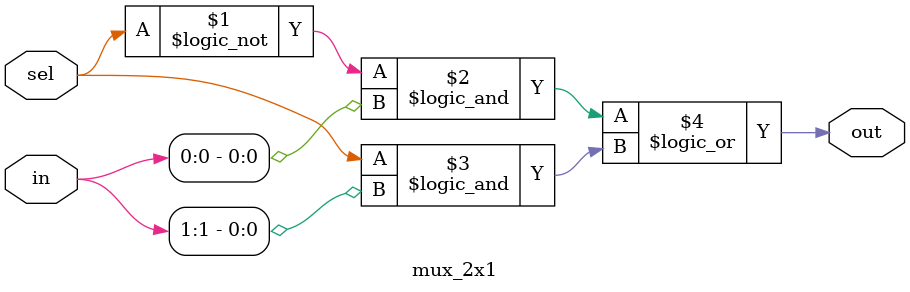
<source format=sv>
module mux_2x1(
  input logic[1:0] in, 
  input logic sel, 
  output logic out
); 
  assign out = (!sel && in[0]) || (sel && in[1]);
endmodule 
</source>
